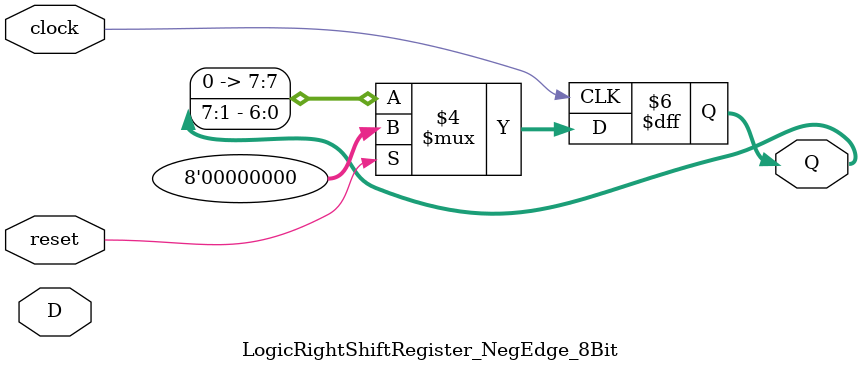
<source format=v>
module LogicRightShiftRegister_NegEdge_8Bit (clock, reset, D, Q);
    input clock;
    input reset;
    input [7:0] D;
    output reg [7:0] Q;

    always @(negedge clock)
    begin
        if (reset)
            Q = 8'b00000000;
        else
            Q = Q >> 1 ;        
    end
endmodule

</source>
